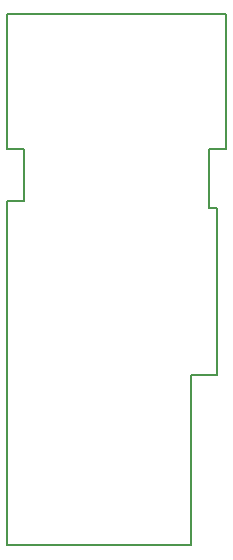
<source format=gbr>
G04 #@! TF.GenerationSoftware,KiCad,Pcbnew,(5.0.1)-4*
G04 #@! TF.CreationDate,2019-02-22T14:36:11+08:00*
G04 #@! TF.ProjectId,Xiaomi2Ali-Smart-Plug-WIFI-Module,5869616F6D6932416C692D536D617274,rev?*
G04 #@! TF.SameCoordinates,Original*
G04 #@! TF.FileFunction,Profile,NP*
%FSLAX46Y46*%
G04 Gerber Fmt 4.6, Leading zero omitted, Abs format (unit mm)*
G04 Created by KiCad (PCBNEW (5.0.1)-4) date 2019/2/22 14:36:11*
%MOMM*%
%LPD*%
G01*
G04 APERTURE LIST*
%ADD10C,0.200000*%
G04 APERTURE END LIST*
D10*
X143800000Y-100600000D02*
X141600000Y-100600000D01*
X143800000Y-86400000D02*
X143800000Y-100600000D01*
X143100000Y-86400000D02*
X143800000Y-86400000D01*
X141600000Y-115000000D02*
X141600000Y-100600000D01*
X126000000Y-115000000D02*
X141600000Y-115000000D01*
X127500000Y-85800000D02*
X126000000Y-85800000D01*
X127500000Y-81400000D02*
X127500000Y-85800000D01*
X126000000Y-81400000D02*
X127500000Y-81400000D01*
X126000000Y-85800000D02*
X126000000Y-115000000D01*
X126000000Y-70000000D02*
X126000000Y-81400000D01*
X143100000Y-81400000D02*
X143100000Y-86400000D01*
X144600000Y-81400000D02*
X143100000Y-81400000D01*
X144600000Y-70000000D02*
X144600000Y-81400000D01*
X126000000Y-70000000D02*
X144600000Y-70000000D01*
M02*

</source>
